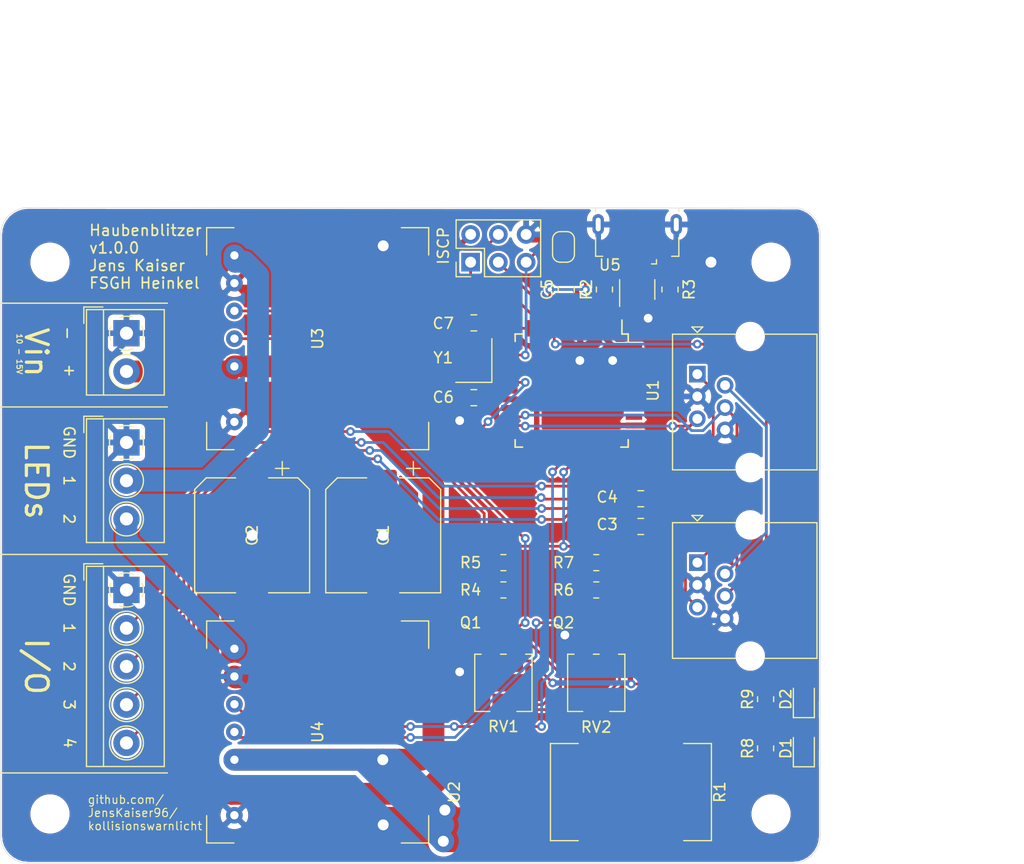
<source format=kicad_pcb>
(kicad_pcb (version 20171130) (host pcbnew "(5.1.8)-1")
  (layers (0 F.Cu signal) (31 B.Cu signal) (34 B.Paste user) (35 F.Paste user) (36 B.SilkS user) (37 F.SilkS user) (38 B.Mask user) (39 F.Mask user) (44 Edge.Cuts user))
  (net 0 "")
  (net 1 GND)
  (net 2 +12V)
  (net 3 "Net-(D2-Pad2)")
  (net 4 "Net-(Q1-Pad2)")
  (net 5 "Net-(Q2-Pad2)")
  (net 6 "Net-(U1-Pad42)")
  (net 7 "Net-(U1-Pad41)")
  (net 8 "Net-(U1-Pad40)")
  (net 9 "Net-(U1-Pad39)")
  (net 10 "Net-(U1-Pad38)")
  (net 11 "Net-(U1-Pad37)")
  (net 12 "Net-(U1-Pad36)")
  (net 13 "Net-(U1-Pad33)")
  (net 14 "Net-(U1-Pad26)")
  (net 15 "Net-(U1-Pad25)")
  (net 16 "Net-(U1-Pad22)")
  (net 17 "Net-(U1-Pad19)")
  (net 18 "Net-(U1-Pad18)")
  (net 19 "Net-(U1-Pad12)")
  (net 20 "Net-(U1-Pad1)")
  (net 21 "Net-(J2-Pad3)")
  (net 22 "Net-(J2-Pad2)")
  (net 23 LED1_Ref)
  (net 24 U_cap)
  (net 25 CLK_1)
  (net 26 CLK_2)
  (net 27 "Net-(D1-Pad2)")
  (net 28 RESET)
  (net 29 MOSI)
  (net 30 SCK)
  (net 31 MISO)
  (net 32 "Net-(J2-Pad4)")
  (net 33 U_bus)
  (net 34 LED2_U+)
  (net 35 LED1_U+)
  (net 36 IO_misc4)
  (net 37 IO_misc3)
  (net 38 IO_misc2)
  (net 39 IO_misc1)
  (net 40 TX)
  (net 41 RX)
  (net 42 LED1_Ctrl)
  (net 43 LED2_Ctrl)
  (net 44 LED2_Ref)
  (net 45 D+)
  (net 46 D-)
  (net 47 IO_LED)
  (net 48 RX_LED)
  (net 49 IO_FETctrl)
  (net 50 "Net-(U2-Pad4)")
  (net 51 "Net-(C1-Pad1)")
  (net 52 RJ12_V2)
  (net 53 RJ12_V1)
  (net 54 "Net-(R2-Pad2)")
  (net 55 "Net-(R3-Pad1)")
  (module Package_TO_SOT_SMD:PG-TO252-5-11 (layer F.Cu) (at 65.5 178.5 180)
    (fp_text reference U2 (at 4 -5 90) (layer F.SilkS))
    (fp_text value BTS50)
    (pad 5 smd rect (at 2.28 -1.1 180) (size 0.8 2.2) (layers F.Cu F.Paste F.Mask) (net 51 "Net-(C1-Pad1)"))
    (pad 4 smd rect (at 1.14 -1.1 180) (size 0.8 2.2) (layers F.Cu F.Paste F.Mask) (net 50 "Net-(U2-Pad4)"))
    (pad 2 smd rect (at -1.14 -1.1 180) (size 0.8 2.2) (layers F.Cu F.Paste F.Mask) (net 49 IO_FETctrl))
    (pad 3 smd rect (at 0 -7.4 180) (size 5.8 6.4) (layers F.Cu F.Paste F.Mask) (net 2 +12V))
    (pad 1 smd rect (at -2.28 -1.1 180) (size 0.8 2.2) (layers F.Cu F.Paste F.Mask) (net 51 "Net-(C1-Pad1)"))
  )
  (module Package_TO_SOT_SMD:SOT-23-6 (layer F.Cu) (at 78.25 137.5 90)
    (fp_text reference U5 (at 2.25 -2.5 180) (layer F.SilkS))
    (fp_text value USBLC6-2P6)
    (pad 5 smd rect (at 1.1 0 90) (size 1.06 0.65) (layers F.Cu F.Paste F.Mask) (net 33 U_bus))
    (pad 6 smd rect (at 1.1 -0.95 90) (size 1.06 0.65) (layers F.Cu F.Paste F.Mask) (net 21 "Net-(J2-Pad3)"))
    (pad 4 smd rect (at 1.1 0.95 90) (size 1.06 0.65) (layers F.Cu F.Paste F.Mask) (net 22 "Net-(J2-Pad2)"))
    (pad 3 smd rect (at -1.1 0.95 90) (size 1.06 0.65) (layers F.Cu F.Paste F.Mask) (net 55 "Net-(R3-Pad1)"))
    (pad 2 smd rect (at -1.1 0 90) (size 1.06 0.65) (layers F.Cu F.Paste F.Mask) (net 1 GND))
    (pad 1 smd rect (at -1.1 -0.95 90) (size 1.06 0.65) (layers F.Cu F.Paste F.Mask) (net 54 "Net-(R2-Pad2)"))
  )
  (module Resistor_SMD:R_0805_2012Metric (layer F.Cu) (at 90 175 90)
    (fp_text reference R9 (at 0 -1.65 90) (layer F.SilkS))
    (fp_text value 220)
    (pad 2 smd roundrect (at 0.9125 0 90) (size 1.025 1.4) (layers F.Cu F.Paste F.Mask) (roundrect_rratio 0.2439004878048781) (net 3 "Net-(D2-Pad2)"))
    (pad 1 smd roundrect (at -0.9125 0 90) (size 1.025 1.4) (layers F.Cu F.Paste F.Mask) (roundrect_rratio 0.2439004878048781) (net 48 RX_LED))
  )
  (module Resistor_SMD:R_0805_2012Metric (layer F.Cu) (at 90 179.5 90)
    (fp_text reference R8 (at 0 -1.65 90) (layer F.SilkS))
    (fp_text value 220)
    (pad 2 smd roundrect (at 0.9125 0 90) (size 1.025 1.4) (layers F.Cu F.Paste F.Mask) (roundrect_rratio 0.2439004878048781) (net 27 "Net-(D1-Pad2)"))
    (pad 1 smd roundrect (at -0.9125 0 90) (size 1.025 1.4) (layers F.Cu F.Paste F.Mask) (roundrect_rratio 0.2439004878048781) (net 23 LED1_Ref))
  )
  (module Resistor_SMD:R_0805_2012Metric (layer F.Cu) (at 74.5 162.5 180)
    (fp_text reference R7 (at 3 0) (layer F.SilkS))
    (fp_text value 5k)
    (pad 2 smd roundrect (at 0.9125 0 180) (size 1.025 1.4) (layers F.Cu F.Paste F.Mask) (roundrect_rratio 0.2439004878048781) (net 47 IO_LED))
    (pad 1 smd roundrect (at -0.9125 0 180) (size 1.025 1.4) (layers F.Cu F.Paste F.Mask) (roundrect_rratio 0.2439004878048781) (net 5 "Net-(Q2-Pad2)"))
  )
  (module Resistor_SMD:R_0805_2012Metric (layer F.Cu) (at 74.5 165)
    (fp_text reference R6 (at -3 0) (layer F.SilkS))
    (fp_text value 5k)
    (pad 2 smd roundrect (at 0.9125 0) (size 1.025 1.4) (layers F.Cu F.Paste F.Mask) (roundrect_rratio 0.2439004878048781) (net 5 "Net-(Q2-Pad2)"))
    (pad 1 smd roundrect (at -0.9125 0) (size 1.025 1.4) (layers F.Cu F.Paste F.Mask) (roundrect_rratio 0.2439004878048781) (net 44 LED2_Ref))
  )
  (module Resistor_SMD:R_0805_2012Metric (layer F.Cu) (at 66 162.5 180)
    (fp_text reference R5 (at 3 0) (layer F.SilkS))
    (fp_text value 5k)
    (pad 2 smd roundrect (at 0.9125 0 180) (size 1.025 1.4) (layers F.Cu F.Paste F.Mask) (roundrect_rratio 0.2439004878048781) (net 47 IO_LED))
    (pad 1 smd roundrect (at -0.9125 0 180) (size 1.025 1.4) (layers F.Cu F.Paste F.Mask) (roundrect_rratio 0.2439004878048781) (net 4 "Net-(Q1-Pad2)"))
  )
  (module Resistor_SMD:R_0805_2012Metric (layer F.Cu) (at 66 165)
    (fp_text reference R4 (at -3 0) (layer F.SilkS))
    (fp_text value 5k)
    (pad 2 smd roundrect (at 0.9125 0) (size 1.025 1.4) (layers F.Cu F.Paste F.Mask) (roundrect_rratio 0.2439004878048781) (net 4 "Net-(Q1-Pad2)"))
    (pad 1 smd roundrect (at -0.9125 0) (size 1.025 1.4) (layers F.Cu F.Paste F.Mask) (roundrect_rratio 0.2439004878048781) (net 23 LED1_Ref))
  )
  (module LED_SMD:LED_0805_2012Metric (layer F.Cu) (at 93.5 175 90)
    (fp_text reference D2 (at 0 -1.65 90) (layer F.SilkS))
    (fp_text value LED)
    (pad 2 smd roundrect (at 0.9375 0 90) (size 0.975 1.4) (layers F.Cu F.Paste F.Mask) (net 3 "Net-(D2-Pad2)"))
    (pad 1 smd roundrect (at -0.9375 0 90) (size 0.975 1.4) (layers F.Cu F.Paste F.Mask) (net 1 GND))
  )
  (module LED_SMD:LED_0805_2012Metric (layer F.Cu) (at 93.5 179.5 90)
    (fp_text reference D1 (at 0 -1.65 90) (layer F.SilkS))
    (fp_text value LED)
    (pad 2 smd roundrect (at 0.9375 0 90) (size 0.975 1.4) (layers F.Cu F.Paste F.Mask) (net 27 "Net-(D1-Pad2)"))
    (pad 1 smd roundrect (at -0.9375 0 90) (size 0.975 1.4) (layers F.Cu F.Paste F.Mask) (net 1 GND))
  )
  (module Capacitor_SMD:CP_Elec_10x10 (layer F.Cu) (at 43 160 270)
    (fp_text reference C2 (at 0 0 270) (layer F.SilkS))
    (fp_text value 220uF)
    (pad 2 smd roundrect (at 4 0 270) (size 4 2.5) (layers F.Cu F.Paste F.Mask) (roundrect_rratio 0.1) (net 1 GND))
    (pad 1 smd roundrect (at -4 0 270) (size 4 2.5) (layers F.Cu F.Paste F.Mask) (roundrect_rratio 0.1) (net 51 "Net-(C1-Pad1)"))
  )
  (module Capacitor_SMD:CP_Elec_10x10 (layer F.Cu) (at 55 160 270)
    (fp_text reference C1 (at 0 0 270) (layer F.SilkS))
    (fp_text value 220uF)
    (pad 2 smd roundrect (at 4 0 270) (size 4 2.5) (layers F.Cu F.Paste F.Mask) (roundrect_rratio 0.1) (net 1 GND))
    (pad 1 smd roundrect (at -4 0 270) (size 4 2.5) (layers F.Cu F.Paste F.Mask) (roundrect_rratio 0.1) (net 51 "Net-(C1-Pad1)"))
  )
  (module Resistor_SMD:MP725 (layer F.Cu) (at 74.5 183.5 270)
    (fp_text reference R1 (at 0 -11.303 90) (layer F.SilkS))
    (fp_text value 5)
    (pad 2 smd rect (at 3.365 1.905 270) (size 1.65 3.81) (layers F.Cu F.Paste F.Mask) (net 2 +12V))
    (pad 1 smd rect (at -3.365 1.905 270) (size 1.65 3.81) (layers F.Cu F.Paste F.Mask) (net 51 "Net-(C1-Pad1)"))
  )
  (module MountingHole:MountingHole_3.2mm_M3 (layer F.Cu) (at 90.5 185.5)
    (fp_text reference H4)
    (fp_text value MountingHole)
    (pad 1 np_thru_hole circle (at 0 0) (size 3.2 3.2) (drill 3.2) (layers *.Cu *.Mask))
  )
  (module MountingHole:MountingHole_3.2mm_M3 (layer F.Cu) (at 24.5 185.5)
    (fp_text reference H3)
    (fp_text value MountingHole)
    (pad 1 np_thru_hole circle (at 0 0) (size 3.2 3.2) (drill 3.2) (layers *.Cu *.Mask))
  )
  (module MountingHole:MountingHole_3.2mm_M3 (layer F.Cu) (at 90.5 135)
    (fp_text reference H2)
    (fp_text value MountingHole)
    (pad 1 np_thru_hole circle (at 0 0) (size 3.2 3.2) (drill 3.2) (layers *.Cu *.Mask))
  )
  (module MountingHole:MountingHole_3.2mm_M3 (layer F.Cu) (at 24.5 135)
    (fp_text reference H1)
    (fp_text value MountingHole)
    (pad 1 np_thru_hole circle (at 0 0) (size 3.2 3.2) (drill 3.2) (layers *.Cu *.Mask))
  )
  (module Crystal:Crystal_SMD_3225-4Pin_3.2x2.5mm (layer F.Cu) (at 63.295 144 90)
    (fp_text reference Y1 (at 0.25 -2.795 180) (layer F.SilkS))
    (fp_text value Crystal)
    (pad 4 smd rect (at -1.1 -0.85 90) (size 1.4 1.2) (layers F.Cu F.Paste F.Mask) (net 1 GND))
    (pad 3 smd rect (at 1.1 -0.85 90) (size 1.4 1.2) (layers F.Cu F.Paste F.Mask) (net 25 CLK_1))
    (pad 2 smd rect (at 1.1 0.85 90) (size 1.4 1.2) (layers F.Cu F.Paste F.Mask) (net 1 GND))
    (pad 1 smd rect (at -1.1 0.85 90) (size 1.4 1.2) (layers F.Cu F.Paste F.Mask) (net 26 CLK_2))
  )
  (module Converter_DCDC:3021-D-E-1000 (layer F.Cu) (at 49 142)
    (fp_text reference U3 (at 0 0 -90) (layer F.SilkS))
    (fp_text value 3021-D-E-1000)
    (pad 6 thru_hole circle (at -7.62 7.62) (size 1.524 1.524) (drill 0.762) (layers *.Cu *.Mask) (net 1 GND))
    (pad 5 thru_hole circle (at -7.62 2.54) (size 1.524 1.524) (drill 0.762) (layers *.Cu *.Mask) (net 2 +12V))
    (pad 4 thru_hole circle (at -7.62 0) (size 1.524 1.524) (drill 0.762) (layers *.Cu *.Mask) (net 23 LED1_Ref))
    (pad 1 thru_hole circle (at -7.62 -7.62) (size 1.524 1.524) (drill 0.762) (layers *.Cu *.Mask) (net 35 LED1_U+))
    (pad 2 thru_hole circle (at -7.62 -5.08) (size 1.524 1.524) (drill 0.762) (layers *.Cu *.Mask) (net 1 GND))
    (pad 3 thru_hole circle (at -7.62 -2.54) (size 1.524 1.524) (drill 0.762) (layers *.Cu *.Mask) (net 42 LED1_Ctrl))
  )
  (module Potentiometer_SMD:Potentiometer_Vishay_TS53YJ_Vertical (layer F.Cu) (at 74.5 173.5 90)
    (fp_text reference RV2 (at -4.05 0) (layer F.SilkS))
    (fp_text value R_POT)
    (pad 3 smd rect (at 2 1.15 90) (size 2 1.3) (layers F.Cu F.Paste F.Mask) (net 44 LED2_Ref))
    (pad 2 smd rect (at -2 0 90) (size 2 2) (layers F.Cu F.Paste F.Mask) (net 43 LED2_Ctrl))
    (pad 1 smd rect (at 2 -1.15 90) (size 2 1.3) (layers F.Cu F.Paste F.Mask) (net 1 GND))
  )
  (module Potentiometer_SMD:Potentiometer_Vishay_TS53YJ_Vertical (layer F.Cu) (at 66 173.5 90)
    (fp_text reference RV1 (at -4 0) (layer F.SilkS))
    (fp_text value R_POT)
    (pad 3 smd rect (at 2 1.15 90) (size 2 1.3) (layers F.Cu F.Paste F.Mask) (net 23 LED1_Ref))
    (pad 2 smd rect (at -2 0 90) (size 2 2) (layers F.Cu F.Paste F.Mask) (net 42 LED1_Ctrl))
    (pad 1 smd rect (at 2 -1.15 90) (size 2 1.3) (layers F.Cu F.Paste F.Mask) (net 1 GND))
  )
  (module Package_TO_SOT_SMD:SA1162 (layer F.Cu) (at 74.5 168 90)
    (fp_text reference Q2 (at 0 -3) (layer F.SilkS))
    (fp_text value MMBT3906)
    (pad 2 smd rect (at 1 0.8 90) (size 0.5 1) (layers F.Cu F.Paste F.Mask) (net 5 "Net-(Q2-Pad2)"))
    (pad 1 smd rect (at -1 0.8 90) (size 0.5 1) (layers F.Cu F.Paste F.Mask) (net 43 LED2_Ctrl))
    (pad 3 smd rect (at 0 -0.8 90) (size 0.5 1) (layers F.Cu F.Paste F.Mask) (net 44 LED2_Ref))
  )
  (module Package_TO_SOT_SMD:SA1162 (layer F.Cu) (at 66 168 90)
    (fp_text reference Q1 (at 0 -3 180) (layer F.SilkS))
    (fp_text value MMBT3906)
    (pad 2 smd rect (at 1 0.8 90) (size 0.5 1) (layers F.Cu F.Paste F.Mask) (net 4 "Net-(Q1-Pad2)"))
    (pad 1 smd rect (at -1 0.8 90) (size 0.5 1) (layers F.Cu F.Paste F.Mask) (net 42 LED1_Ctrl))
    (pad 3 smd rect (at 0 -0.8 90) (size 0.5 1) (layers F.Cu F.Paste F.Mask) (net 23 LED1_Ref))
  )
  (module Converter_DCDC:3021-D-E-1000 (layer F.Cu) (at 49 178)
    (fp_text reference U4 (at 0 0 -270) (layer F.SilkS))
    (fp_text value 3021-D-E-1000)
    (pad 6 thru_hole circle (at -7.62 7.62) (size 1.524 1.524) (drill 0.762) (layers *.Cu *.Mask) (net 1 GND))
    (pad 5 thru_hole circle (at -7.62 2.54) (size 1.524 1.524) (drill 0.762) (layers *.Cu *.Mask) (net 2 +12V))
    (pad 4 thru_hole circle (at -7.62 0) (size 1.524 1.524) (drill 0.762) (layers *.Cu *.Mask) (net 44 LED2_Ref))
    (pad 1 thru_hole circle (at -7.62 -7.62) (size 1.524 1.524) (drill 0.762) (layers *.Cu *.Mask) (net 34 LED2_U+))
    (pad 2 thru_hole circle (at -7.62 -5.08) (size 1.524 1.524) (drill 0.762) (layers *.Cu *.Mask) (net 1 GND))
    (pad 3 thru_hole circle (at -7.62 -2.54) (size 1.524 1.524) (drill 0.762) (layers *.Cu *.Mask) (net 43 LED2_Ctrl))
  )
  (module Package_QFP:TQFP-44_10x10mm_P0.8mm (layer F.Cu) (at 72.25 146.75 270)
    (fp_text reference U1 (at 0 -7.45 90) (layer F.SilkS))
    (fp_text value ATmega32U4-AU)
    (pad 44 smd rect (at -4 -5.7) (size 1.5 0.55) (layers F.Cu F.Paste F.Mask) (net 23 LED1_Ref))
    (pad 43 smd rect (at -3.2 -5.7) (size 1.5 0.55) (layers F.Cu F.Paste F.Mask) (net 1 GND))
    (pad 42 smd rect (at -2.4 -5.7) (size 1.5 0.55) (layers F.Cu F.Paste F.Mask) (net 6 "Net-(U1-Pad42)"))
    (pad 41 smd rect (at -1.6 -5.7) (size 1.5 0.55) (layers F.Cu F.Paste F.Mask) (net 7 "Net-(U1-Pad41)"))
    (pad 40 smd rect (at -0.8 -5.7) (size 1.5 0.55) (layers F.Cu F.Paste F.Mask) (net 8 "Net-(U1-Pad40)"))
    (pad 39 smd rect (at 0 -5.7) (size 1.5 0.55) (layers F.Cu F.Paste F.Mask) (net 9 "Net-(U1-Pad39)"))
    (pad 38 smd rect (at 0.8 -5.7) (size 1.5 0.55) (layers F.Cu F.Paste F.Mask) (net 10 "Net-(U1-Pad38)"))
    (pad 37 smd rect (at 1.6 -5.7) (size 1.5 0.55) (layers F.Cu F.Paste F.Mask) (net 11 "Net-(U1-Pad37)"))
    (pad 36 smd rect (at 2.4 -5.7) (size 1.5 0.55) (layers F.Cu F.Paste F.Mask) (net 12 "Net-(U1-Pad36)"))
    (pad 35 smd rect (at 3.2 -5.7) (size 1.5 0.55) (layers F.Cu F.Paste F.Mask) (net 1 GND))
    (pad 34 smd rect (at 4 -5.7) (size 1.5 0.55) (layers F.Cu F.Paste F.Mask) (net 23 LED1_Ref))
    (pad 33 smd rect (at 5.7 -4 270) (size 1.5 0.55) (layers F.Cu F.Paste F.Mask) (net 13 "Net-(U1-Pad33)"))
    (pad 32 smd rect (at 5.7 -3.2 270) (size 1.5 0.55) (layers F.Cu F.Paste F.Mask) (net 36 IO_misc4))
    (pad 31 smd rect (at 5.7 -2.4 270) (size 1.5 0.55) (layers F.Cu F.Paste F.Mask) (net 37 IO_misc3))
    (pad 30 smd rect (at 5.7 -1.6 270) (size 1.5 0.55) (layers F.Cu F.Paste F.Mask) (net 38 IO_misc2))
    (pad 29 smd rect (at 5.7 -0.8 270) (size 1.5 0.55) (layers F.Cu F.Paste F.Mask) (net 39 IO_misc1))
    (pad 28 smd rect (at 5.7 0 270) (size 1.5 0.55) (layers F.Cu F.Paste F.Mask) (net 47 IO_LED))
    (pad 27 smd rect (at 5.7 0.8 270) (size 1.5 0.55) (layers F.Cu F.Paste F.Mask) (net 49 IO_FETctrl))
    (pad 26 smd rect (at 5.7 1.6 270) (size 1.5 0.55) (layers F.Cu F.Paste F.Mask) (net 14 "Net-(U1-Pad26)"))
    (pad 25 smd rect (at 5.7 2.4 270) (size 1.5 0.55) (layers F.Cu F.Paste F.Mask) (net 15 "Net-(U1-Pad25)"))
    (pad 24 smd rect (at 5.7 3.2 270) (size 1.5 0.55) (layers F.Cu F.Paste F.Mask) (net 23 LED1_Ref))
    (pad 23 smd rect (at 5.7 4 270) (size 1.5 0.55) (layers F.Cu F.Paste F.Mask) (net 1 GND))
    (pad 22 smd rect (at 4 5.7) (size 1.5 0.55) (layers F.Cu F.Paste F.Mask) (net 16 "Net-(U1-Pad22)"))
    (pad 21 smd rect (at 3.2 5.7) (size 1.5 0.55) (layers F.Cu F.Paste F.Mask) (net 40 TX))
    (pad 20 smd rect (at 2.4 5.7) (size 1.5 0.55) (layers F.Cu F.Paste F.Mask) (net 41 RX))
    (pad 19 smd rect (at 1.6 5.7) (size 1.5 0.55) (layers F.Cu F.Paste F.Mask) (net 17 "Net-(U1-Pad19)"))
    (pad 18 smd rect (at 0.8 5.7) (size 1.5 0.55) (layers F.Cu F.Paste F.Mask) (net 18 "Net-(U1-Pad18)"))
    (pad 17 smd rect (at 0 5.7) (size 1.5 0.55) (layers F.Cu F.Paste F.Mask) (net 25 CLK_1))
    (pad 16 smd rect (at -0.8 5.7) (size 1.5 0.55) (layers F.Cu F.Paste F.Mask) (net 26 CLK_2))
    (pad 15 smd rect (at -1.6 5.7) (size 1.5 0.55) (layers F.Cu F.Paste F.Mask) (net 1 GND))
    (pad 14 smd rect (at -2.4 5.7) (size 1.5 0.55) (layers F.Cu F.Paste F.Mask) (net 23 LED1_Ref))
    (pad 13 smd rect (at -3.2 5.7) (size 1.5 0.55) (layers F.Cu F.Paste F.Mask) (net 28 RESET))
    (pad 12 smd rect (at -4 5.7) (size 1.5 0.55) (layers F.Cu F.Paste F.Mask) (net 19 "Net-(U1-Pad12)"))
    (pad 11 smd rect (at -5.7 4 270) (size 1.5 0.55) (layers F.Cu F.Paste F.Mask) (net 31 MISO))
    (pad 10 smd rect (at -5.7 3.2 270) (size 1.5 0.55) (layers F.Cu F.Paste F.Mask) (net 29 MOSI))
    (pad 9 smd rect (at -5.7 2.4 270) (size 1.5 0.55) (layers F.Cu F.Paste F.Mask) (net 30 SCK))
    (pad 8 smd rect (at -5.7 1.6 270) (size 1.5 0.55) (layers F.Cu F.Paste F.Mask) (net 48 RX_LED))
    (pad 7 smd rect (at -5.7 0.8 270) (size 1.5 0.55) (layers F.Cu F.Paste F.Mask) (net 33 U_bus))
    (pad 6 smd rect (at -5.7 0 270) (size 1.5 0.55) (layers F.Cu F.Paste F.Mask) (net 24 U_cap))
    (pad 5 smd rect (at -5.7 -0.8 270) (size 1.5 0.55) (layers F.Cu F.Paste F.Mask) (net 1 GND))
    (pad 4 smd rect (at -5.7 -1.6 270) (size 1.5 0.55) (layers F.Cu F.Paste F.Mask) (net 45 D+))
    (pad 3 smd rect (at -5.7 -2.4 270) (size 1.5 0.55) (layers F.Cu F.Paste F.Mask) (net 46 D-))
    (pad 2 smd rect (at -5.7 -3.2 270) (size 1.5 0.55) (layers F.Cu F.Paste F.Mask) (net 23 LED1_Ref))
    (pad 1 smd rect (at -5.7 -4 270) (size 1.5 0.55) (layers F.Cu F.Paste F.Mask) (net 20 "Net-(U1-Pad1)"))
  )
  (module Resistor_SMD:R_0805_2012Metric (layer F.Cu) (at 81.25 137.5 270)
    (fp_text reference R3 (at 0 -1.75 90) (layer F.SilkS))
    (fp_text value 22)
    (pad 2 smd roundrect (at 0.9125 0 270) (size 1.025 1.4) (layers F.Cu F.Paste F.Mask) (roundrect_rratio 0.2439004878048781) (net 46 D-))
    (pad 1 smd roundrect (at -0.9125 0 270) (size 1.025 1.4) (layers F.Cu F.Paste F.Mask) (roundrect_rratio 0.2439004878048781) (net 55 "Net-(R3-Pad1)"))
  )
  (module Resistor_SMD:R_0805_2012Metric (layer F.Cu) (at 75.25 137.5 90)
    (fp_text reference R2 (at 0 -1.65 90) (layer F.SilkS))
    (fp_text value 22)
    (pad 2 smd roundrect (at 0.9125 0 90) (size 1.025 1.4) (layers F.Cu F.Paste F.Mask) (roundrect_rratio 0.2439004878048781) (net 54 "Net-(R2-Pad2)"))
    (pad 1 smd roundrect (at -0.9125 0 90) (size 1.025 1.4) (layers F.Cu F.Paste F.Mask) (roundrect_rratio 0.2439004878048781) (net 45 D+))
  )
  (module Jumper:SolderJumper-2_P1.3mm_Open_RoundedPad1.0x1.5mm (layer F.Cu) (at 71.5 133.6 270)
    (fp_text reference JP1)
    (fp_text value Reset)
    (pad 2 smd custom (at 0.65 0 270) (size 1 0.5) (layers F.Cu F.Mask) (net 28 RESET) (options (clearance outline) (anchor rect)) (primitives (gr_circle (center 0 0.25) (end 0.5 0.25) (width 0)) (gr_circle (center 0 -0.25) (end 0.5 -0.25) (width 0)) (gr_poly (pts (xy 0 -0.75) (xy -0.5 -0.75) (xy -0.5 0.75) (xy 0 0.75)) (width 0))))
    (pad 1 smd custom (at -0.65 0 270) (size 1 0.5) (layers F.Cu F.Mask) (net 1 GND) (options (clearance outline) (anchor rect)) (primitives (gr_circle (center 0 0.25) (end 0.5 0.25) (width 0)) (gr_circle (center 0 -0.25) (end 0.5 -0.25) (width 0)) (gr_poly (pts (xy 0 -0.75) (xy 0.5 -0.75) (xy 0.5 0.75) (xy 0 0.75)) (width 0))))
  )
  (module Connector_RJ:RJ25_Wayconn_MJEA-660X1_Horizontal (layer F.Cu) (at 83.75 162.5 90)
    (fp_text reference J7)
    (fp_text value RJ12)
    (pad "" np_thru_hole circle (at -8.55 4.84 90) (size 2.3 2.3) (drill 2.3) (layers *.Cu *.Mask))
    (pad "" np_thru_hole circle (at 3.45 4.84 90) (size 2.3 2.3) (drill 2.3) (layers *.Cu *.Mask))
    (pad 6 thru_hole circle (at -5.1 2.54 90) (size 1.52 1.52) (drill 0.9) (layers *.Cu *.Mask) (net 1 GND))
    (pad 5 thru_hole circle (at -4.08 0 90) (size 1.52 1.52) (drill 0.9) (layers *.Cu *.Mask) (net 40 TX))
    (pad 4 thru_hole circle (at -3.06 2.54 90) (size 1.52 1.52) (drill 0.9) (layers *.Cu *.Mask) (net 41 RX))
    (pad 3 thru_hole circle (at -2.04 0 90) (size 1.52 1.52) (drill 0.9) (layers *.Cu *.Mask) (net 1 GND))
    (pad 2 thru_hole circle (at -1.02 2.54 90) (size 1.52 1.52) (drill 0.9) (layers *.Cu *.Mask) (net 52 RJ12_V2))
    (pad 1 thru_hole rect (at 0 0 90) (size 1.52 1.52) (drill 0.9) (layers *.Cu *.Mask) (net 53 RJ12_V1))
  )
  (module Connector_RJ:RJ25_Wayconn_MJEA-660X1_Horizontal (layer F.Cu) (at 83.75 145.25 90)
    (fp_text reference J6)
    (fp_text value RJ12)
    (pad "" np_thru_hole circle (at -8.55 4.84 90) (size 2.3 2.3) (drill 2.3) (layers *.Cu *.Mask))
    (pad "" np_thru_hole circle (at 3.45 4.84 90) (size 2.3 2.3) (drill 2.3) (layers *.Cu *.Mask))
    (pad 6 thru_hole circle (at -5.1 2.54 90) (size 1.52 1.52) (drill 0.9) (layers *.Cu *.Mask) (net 1 GND))
    (pad 5 thru_hole circle (at -4.08 0 90) (size 1.52 1.52) (drill 0.9) (layers *.Cu *.Mask) (net 40 TX))
    (pad 4 thru_hole circle (at -3.06 2.54 90) (size 1.52 1.52) (drill 0.9) (layers *.Cu *.Mask) (net 41 RX))
    (pad 3 thru_hole circle (at -2.04 0 90) (size 1.52 1.52) (drill 0.9) (layers *.Cu *.Mask) (net 1 GND))
    (pad 2 thru_hole circle (at -1.02 2.54 90) (size 1.52 1.52) (drill 0.9) (layers *.Cu *.Mask) (net 52 RJ12_V2))
    (pad 1 thru_hole rect (at 0 0 90) (size 1.52 1.52) (drill 0.9) (layers *.Cu *.Mask) (net 53 RJ12_V1))
  )
  (module TerminalBlock_4Ucon:TerminalBlock_4Ucon_1x05_P3.50mm_Horizontal (layer F.Cu) (at 31.5 165 270)
    (fp_text reference J5)
    (fp_text value Screw_Terminal_01x05)
    (pad 5 thru_hole circle (at 14 0 270) (size 2.4 2.4) (drill 1.2) (layers *.Cu *.Mask) (net 36 IO_misc4))
    (pad 4 thru_hole circle (at 10.5 0 270) (size 2.4 2.4) (drill 1.2) (layers *.Cu *.Mask) (net 37 IO_misc3))
    (pad 3 thru_hole circle (at 7 0 270) (size 2.4 2.4) (drill 1.2) (layers *.Cu *.Mask) (net 38 IO_misc2))
    (pad 2 thru_hole circle (at 3.5 0 270) (size 2.4 2.4) (drill 1.2) (layers *.Cu *.Mask) (net 39 IO_misc1))
    (pad 1 thru_hole rect (at 0 0 270) (size 2.4 2.4) (drill 1.2) (layers *.Cu *.Mask) (net 1 GND))
  )
  (module TerminalBlock_4Ucon:TerminalBlock_4Ucon_1x03_P3.50mm_Horizontal (layer F.Cu) (at 31.5 151.5 270)
    (fp_text reference J4)
    (fp_text value Screw_Terminal_01x03)
    (pad 3 thru_hole circle (at 7 0 270) (size 2.4 2.4) (drill 1.2) (layers *.Cu *.Mask) (net 34 LED2_U+))
    (pad 2 thru_hole circle (at 3.5 0 270) (size 2.4 2.4) (drill 1.2) (layers *.Cu *.Mask) (net 35 LED1_U+))
    (pad 1 thru_hole rect (at 0 0 270) (size 2.4 2.4) (drill 1.2) (layers *.Cu *.Mask) (net 1 GND))
  )
  (module TerminalBlock_4Ucon:TerminalBlock_4Ucon_1x02_P3.50mm_Horizontal (layer F.Cu) (at 31.5 141.5 270)
    (fp_text reference J3)
    (fp_text value Screw_Terminal_01x02)
    (pad 2 thru_hole circle (at 3.5 0 270) (size 2.4 2.4) (drill 1.2) (layers *.Cu *.Mask) (net 2 +12V))
    (pad 1 thru_hole rect (at 0 0 270) (size 2.4 2.4) (drill 1.2) (layers *.Cu *.Mask) (net 1 GND))
  )
  (module Connector_PinHeader_2.54mm:PinHeader_2x03_P2.54mm_Vertical (layer F.Cu) (at 63 135 90)
    (fp_text reference J1)
    (fp_text value ISCP)
    (pad 6 thru_hole oval (at 2.54 5.08 90) (size 1.7 1.7) (drill 1) (layers *.Cu *.Mask) (net 1 GND))
    (pad 5 thru_hole oval (at 0 5.08 90) (size 1.7 1.7) (drill 1) (layers *.Cu *.Mask) (net 28 RESET))
    (pad 4 thru_hole oval (at 2.54 2.54 90) (size 1.7 1.7) (drill 1) (layers *.Cu *.Mask) (net 29 MOSI))
    (pad 3 thru_hole oval (at 0 2.54 90) (size 1.7 1.7) (drill 1) (layers *.Cu *.Mask) (net 30 SCK))
    (pad 2 thru_hole oval (at 2.54 0 90) (size 1.7 1.7) (drill 1) (layers *.Cu *.Mask) (net 23 LED1_Ref))
    (pad 1 thru_hole rect (at 0 0 90) (size 1.7 1.7) (drill 1) (layers *.Cu *.Mask) (net 31 MISO))
  )
  (module Connector_USB:USB_Micro-B_GCT_USB3076-30-A (layer F.Cu) (at 78.25 132.75 180)
    (fp_text reference J2)
    (fp_text value Micro_USB)
    (pad 6 smd rect (at -2.32 -1.03 180) (size 1.15 1.45) (layers F.Cu F.Paste F.Mask) (net 1 GND))
    (pad 6 smd rect (at 2.32 -1.03 180) (size 1.15 1.45) (layers F.Cu F.Paste F.Mask) (net 1 GND))
    (pad 6 thru_hole oval (at 3.575 1.2 180) (size 1.05 1.9) (drill oval 0.45 1.25) (layers *.Cu *.Mask) (net 1 GND))
    (pad 6 thru_hole oval (at -3.575 1.2) (size 1.05 1.9) (drill oval 0.45 1.25) (layers *.Cu *.Mask) (net 1 GND))
    (pad 6 smd rect (at -1.125 1.2 180) (size 1.75 1.9) (layers F.Cu F.Paste F.Mask) (net 1 GND))
    (pad 3 smd rect (at 0 -1.45 180) (size 0.4 1.4) (layers F.Cu F.Paste F.Mask) (net 21 "Net-(J2-Pad3)"))
    (pad 4 smd rect (at 0.65 -1.45 180) (size 0.4 1.4) (layers F.Cu F.Paste F.Mask) (net 32 "Net-(J2-Pad4)"))
    (pad 5 smd rect (at 1.3 -1.45 180) (size 0.4 1.4) (layers F.Cu F.Paste F.Mask) (net 1 GND))
    (pad 1 smd rect (at -1.3 -1.45 180) (size 0.4 1.4) (layers F.Cu F.Paste F.Mask) (net 33 U_bus))
    (pad 2 smd rect (at -0.65 -1.45 180) (size 0.4 1.4) (layers F.Cu F.Paste F.Mask) (net 22 "Net-(J2-Pad2)"))
    (pad 6 smd rect (at 1.125 1.2 180) (size 1.75 1.9) (layers F.Cu F.Paste F.Mask) (net 1 GND))
  )
  (module Capacitor_SMD:C_0805_2012Metric (layer F.Cu) (at 71.75 137.5 270)
    (fp_text reference C5 (at 0 1.75 90) (layer F.SilkS))
    (fp_text value 1uF)
    (pad 2 smd roundrect (at 0.95 0 270) (size 1 1.45) (layers F.Cu F.Paste F.Mask) (net 24 U_cap))
    (pad 1 smd roundrect (at -0.95 0 270) (size 1 1.45) (layers F.Cu F.Paste F.Mask) (net 1 GND))
  )
  (module Capacitor_SMD:C_0805_2012Metric (layer F.Cu) (at 63.295 140.555)
    (fp_text reference C7 (at -2.795 0.045) (layer F.SilkS))
    (fp_text value 18pF)
    (pad 2 smd roundrect (at 0.95 0) (size 1 1.45) (layers F.Cu F.Paste F.Mask) (net 1 GND))
    (pad 1 smd roundrect (at -0.95 0) (size 1 1.45) (layers F.Cu F.Paste F.Mask) (net 26 CLK_2))
  )
  (module Capacitor_SMD:C_0805_2012Metric (layer F.Cu) (at 63.295 147.4)
    (fp_text reference C6 (at -2.795 -0.045) (layer F.SilkS))
    (fp_text value 18pF)
    (pad 2 smd roundrect (at 0.95 0) (size 1 1.45) (layers F.Cu F.Paste F.Mask) (net 25 CLK_1))
    (pad 1 smd roundrect (at -0.95 0) (size 1 1.45) (layers F.Cu F.Paste F.Mask) (net 1 GND))
  )
  (module Capacitor_SMD:C_0805_2012Metric (layer F.Cu) (at 78.575 156.65 180)
    (fp_text reference C4 (at 3.075 0.15) (layer F.SilkS))
    (fp_text value 10uF)
    (pad 2 smd roundrect (at 0.95 0 180) (size 1 1.45) (layers F.Cu F.Paste F.Mask) (net 23 LED1_Ref))
    (pad 1 smd roundrect (at -0.95 0 180) (size 1 1.45) (layers F.Cu F.Paste F.Mask) (net 1 GND))
  )
  (module Capacitor_SMD:C_0805_2012Metric (layer F.Cu) (at 78.575 159.19 180)
    (fp_text reference C3 (at 3.075 0.19) (layer F.SilkS))
    (fp_text value 0.1uF)
    (pad 2 smd roundrect (at 0.95 0 180) (size 1 1.45) (layers F.Cu F.Paste F.Mask) (net 23 LED1_Ref))
    (pad 1 smd roundrect (at -0.95 0 180) (size 1 1.45) (layers F.Cu F.Paste F.Mask) (net 1 GND))
  )
  (gr_line (start 59.16 188.16) (end 59.16 185.66) (layer F.SilkS) (width 0.12))
  (gr_line (start 56.66 188.16) (end 59.16 188.16) (layer F.SilkS) (width 0.12))
  (gr_line (start 38.84 188.16) (end 41.34 188.16) (layer F.SilkS) (width 0.12))
  (gr_line (start 38.84 185.66) (end 38.84 188.16) (layer F.SilkS) (width 0.12))
  (gr_line (start 59.16 131.84) (end 56.66 131.84) (layer F.SilkS) (width 0.12))
  (gr_line (start 59.16 134.34) (end 59.16 131.84) (layer F.SilkS) (width 0.12))
  (gr_line (start 59.16 152.16) (end 59.16 149.66) (layer F.SilkS) (width 0.12))
  (gr_line (start 56.66 152.16) (end 59.16 152.16) (layer F.SilkS) (width 0.12))
  (gr_line (start 38.84 152.16) (end 41.34 152.16) (layer F.SilkS) (width 0.12))
  (gr_line (start 38.84 149.66) (end 38.84 152.16) (layer F.SilkS) (width 0.12))
  (gr_line (start 38.84 131.84) (end 38.84 134.34) (layer F.SilkS) (width 0.12))
  (gr_line (start 41.34 131.84) (end 38.84 131.84) (layer F.SilkS) (width 0.12))
  (gr_line (start 59.16 167.84) (end 59.16 170.34) (layer F.SilkS) (width 0.12))
  (gr_line (start 56.66 167.84) (end 59.16 167.84) (layer F.SilkS) (width 0.12))
  (gr_line (start 38.84 167.84) (end 38.84 170.34) (layer F.SilkS) (width 0.12))
  (gr_line (start 41.34 167.84) (end 38.84 167.84) (layer F.SilkS) (width 0.12))
  (gr_text "github.com/\nJensKaiser96/\nkollisionswarnlicht" (at 27.9 185.4) (layer F.SilkS) (effects (font (size 0.75 0.75) (thickness 0.1)) (justify left)))
  (gr_text "10 - 15V" (at 21.7 143.4 270) (layer F.SilkS) (effects (font (size 0.5 0.5) (thickness 0.1))))
  (gr_text ISCP (at 60.5 133.5 90) (layer F.SilkS) (effects (font (size 1 1))))
  (gr_line (start 95 132.5) (end 95 187.5) (layer Edge.Cuts) (width 0.05))
  (gr_line (start 22.5 130) (end 92.99029 130.048548) (layer Edge.Cuts) (width 0.05))
  (gr_line (start 20 187.5) (end 20 132.5) (layer Edge.Cuts) (width 0.05))
  (gr_arc (start 22.5 132.5) (end 22.5 130) (angle -90) (layer Edge.Cuts) (width 0.05))
  (gr_arc (start 92.5 132.5) (end 95 132.5) (angle -78.69006753) (layer Edge.Cuts) (width 0.05))
  (gr_line (start 92.5 190) (end 22.5 190) (layer Edge.Cuts) (width 0.05))
  (gr_arc (start 92.5 187.5) (end 92.5 190) (angle -90) (layer Edge.Cuts) (width 0.05))
  (gr_arc (start 22.5 187.5) (end 20 187.5) (angle -90) (layer Edge.Cuts) (width 0.05))
  (gr_text "Haubenblitzer\nv1.0.0\nJens Kaiser\nFSGH Heinkel" (at 28 134.5) (layer F.SilkS) (effects (font (size 1 1)) (justify left)))
  (gr_line (start 35.25 181.75) (end 20 181.75) (layer F.SilkS) (width 0.12))
  (gr_line (start 35.25 138.75) (end 20 138.75) (layer F.SilkS) (width 0.12))
  (gr_line (start 35.25 148.25) (end 20 148.25) (layer F.SilkS) (width 0.12))
  (gr_line (start 35.25 161.75) (end 20 161.75) (layer F.SilkS) (width 0.12))
  (gr_text + (at 26.25 145 180) (layer F.SilkS) (effects (font (size 1 1))))
  (gr_text - (at 26 141.5 90) (layer F.SilkS) (effects (font (size 1 1))))
  (gr_text 2 (at 26.25 158.5 270) (layer F.SilkS) (effects (font (size 1 1))))
  (gr_text 1 (at 26.25 155 270) (layer F.SilkS) (effects (font (size 1 1))))
  (gr_text GND (at 26.25 151.5 270) (layer F.SilkS) (effects (font (size 1 1))))
  (gr_text GND (at 26.25 165 270) (layer F.SilkS) (effects (font (size 1 1))))
  (gr_text 4 (at 26.28 179 270) (layer F.SilkS) (effects (font (size 1 1))))
  (gr_text 3 (at 26.25 175.5 270) (layer F.SilkS) (effects (font (size 1 1))))
  (gr_text 2 (at 26.25 172 270) (layer F.SilkS) (effects (font (size 1 1))))
  (gr_text 1 (at 26.25 168.5 270) (layer F.SilkS) (effects (font (size 1 1))))
  (gr_text I/O (at 23.25 172 270) (layer F.SilkS) (effects (font (size 2 2) (thickness 0.3))))
  (gr_text LEDs (at 23.25 155 270) (layer F.SilkS) (effects (font (size 2 2) (thickness 0.3))))
  (gr_text Vin (at 23.25 143.25 270) (layer F.SilkS) (effects (font (size 2 2) (thickness 0.3))))
  (segment (start 38.362002 172.92) (end 41.38 172.92) (width 0.5) (layer B.Cu) (net 1))
  (segment (start 31.5 166.057998) (end 38.362002 172.92) (width 0.5) (layer B.Cu) (net 1))
  (segment (start 31.5 165) (end 31.5 166.057998) (width 0.5) (layer B.Cu) (net 1))
  (segment (start 29.849999 163.349999) (end 31.5 165) (width 0.5) (layer B.Cu) (net 1))
  (segment (start 29.849999 153.150001) (end 29.849999 163.349999) (width 0.5) (layer B.Cu) (net 1))
  (segment (start 31.5 151.5) (end 29.849999 153.150001) (width 0.5) (layer B.Cu) (net 1))
  (segment (start 29.649999 149.649999) (end 31.5 151.5) (width 0.5) (layer B.Cu) (net 1))
  (segment (start 29.649999 144.111999) (end 29.649999 149.649999) (width 0.5) (layer B.Cu) (net 1))
  (segment (start 31.5 142.261998) (end 29.649999 144.111999) (width 0.5) (layer B.Cu) (net 1))
  (segment (start 31.5 141.5) (end 31.5 142.261998) (width 0.5) (layer B.Cu) (net 1))
  (segment (start 36.8 141.5) (end 41.38 136.92) (width 0.5) (layer B.Cu) (net 1))
  (segment (start 31.5 141.5) (end 36.8 141.5) (width 0.5) (layer B.Cu) (net 1))
  (segment (start 36.8 145.04) (end 36.8 141.5) (width 0.5) (layer B.Cu) (net 1))
  (segment (start 41.38 149.62) (end 36.8 145.04) (width 0.5) (layer B.Cu) (net 1))
  (segment (start 68.08 132.46) (end 69.04 131.5) (width 0.5) (layer B.Cu) (net 1))
  (segment (start 74.625 131.5) (end 74.675 131.55) (width 0.5) (layer B.Cu) (net 1))
  (segment (start 69.04 131.5) (end 74.625 131.5) (width 0.5) (layer B.Cu) (net 1))
  (segment (start 74.675 131.55) (end 81.825 131.55) (width 0.5) (layer B.Cu) (net 1))
  (segment (start 77.125 131.55) (end 74.675 131.55) (width 0.5) (layer F.Cu) (net 1))
  (segment (start 77.125 131.55) (end 79.375 131.55) (width 0.5) (layer F.Cu) (net 1))
  (segment (start 79.375 131.55) (end 81.825 131.55) (width 0.5) (layer F.Cu) (net 1))
  (segment (start 80.57 132.745) (end 80.57 133.78) (width 0.5) (layer F.Cu) (net 1))
  (segment (start 79.375 131.55) (end 80.57 132.745) (width 0.5) (layer F.Cu) (net 1))
  (segment (start 75.93 132.745) (end 77.125 131.55) (width 0.5) (layer F.Cu) (net 1))
  (segment (start 75.93 133.78) (end 75.93 132.745) (width 0.5) (layer F.Cu) (net 1))
  (segment (start 68.57 132.95) (end 68.08 132.46) (width 0.5) (layer F.Cu) (net 1))
  (segment (start 71.5 132.95) (end 68.57 132.95) (width 0.5) (layer F.Cu) (net 1))
  (segment (start 72.70001 135.84999) (end 72 136.55) (width 0.5) (layer F.Cu) (net 1))
  (segment (start 72.70001 133.402418) (end 72.70001 135.84999) (width 0.5) (layer F.Cu) (net 1))
  (segment (start 72.247592 132.95) (end 72.70001 133.402418) (width 0.5) (layer F.Cu) (net 1))
  (segment (start 71.5 132.95) (end 72.247592 132.95) (width 0.5) (layer F.Cu) (net 1))
  (segment (start 76.53 133.78) (end 76.95 134.2) (width 0.25) (layer F.Cu) (net 1))
  (segment (start 75.93 133.78) (end 76.53 133.78) (width 0.25) (layer F.Cu) (net 1))
  (segment (start 62.445 147.3) (end 62.345 147.4) (width 0.5) (layer F.Cu) (net 1))
  (segment (start 62.445 145.1) (end 62.445 147.3) (width 0.5) (layer F.Cu) (net 1))
  (segment (start 64.145 140.655) (end 64.245 140.555) (width 0.5) (layer F.Cu) (net 1))
  (segment (start 64.145 142.9) (end 64.145 140.655) (width 0.5) (layer F.Cu) (net 1))
  (segment (start 65.195001 143.950001) (end 64.145 142.9) (width 0.5) (layer F.Cu) (net 1))
  (segment (start 65.195001 144.830003) (end 65.195001 143.950001) (width 0.5) (layer F.Cu) (net 1))
  (segment (start 65.514998 145.15) (end 65.195001 144.830003) (width 0.5) (layer F.Cu) (net 1))
  (segment (start 66.55 145.15) (end 65.514998 145.15) (width 0.5) (layer F.Cu) (net 1))
  (via (at 62 149.5) (size 1.6) (drill 0.8) (layers F.Cu B.Cu) (net 1))
  (segment (start 62.345 149.155) (end 62 149.5) (width 0.5) (layer F.Cu) (net 1))
  (segment (start 62.345 147.4) (end 62.345 149.155) (width 0.5) (layer F.Cu) (net 1))
  (via (at 76 144) (size 1.6) (drill 0.8) (layers F.Cu B.Cu) (net 1))
  (segment (start 76.45 143.55) (end 76 144) (width 0.5) (layer F.Cu) (net 1))
  (segment (start 77.95 143.55) (end 76.45 143.55) (width 0.5) (layer F.Cu) (net 1))
  (via (at 73 144) (size 1.6) (drill 0.8) (layers F.Cu B.Cu) (net 1))
  (segment (start 76 144) (end 73 144) (width 0.5) (layer B.Cu) (net 1))
  (segment (start 73 141.1) (end 73.05 141.05) (width 0.5) (layer F.Cu) (net 1))
  (segment (start 73 144) (end 73 141.1) (width 0.5) (layer F.Cu) (net 1))
  (segment (start 82.539999 165.750001) (end 83.75 164.54) (width 0.5) (layer B.Cu) (net 1))
  (segment (start 82.539999 167.160801) (end 82.539999 165.750001) (width 0.5) (layer B.Cu) (net 1))
  (segment (start 83.169199 167.790001) (end 82.539999 167.160801) (width 0.5) (layer B.Cu) (net 1))
  (segment (start 86.29 167.6) (end 86.099999 167.790001) (width 0.5) (layer B.Cu) (net 1))
  (segment (start 79.29 147.29) (end 76 144) (width 0.5) (layer B.Cu) (net 1))
  (segment (start 83.75 147.29) (end 79.29 147.29) (width 0.5) (layer B.Cu) (net 1))
  (segment (start 81.645002 147.29) (end 83.75 147.29) (width 0.5) (layer F.Cu) (net 1))
  (segment (start 78.985002 149.95) (end 81.645002 147.29) (width 0.5) (layer F.Cu) (net 1))
  (segment (start 79.525 159.19) (end 79.525 156.65) (width 0.5) (layer F.Cu) (net 1))
  (segment (start 78.985002 149.95) (end 77.95 149.95) (width 0.5) (layer F.Cu) (net 1))
  (segment (start 79.525 150.489998) (end 78.985002 149.95) (width 0.5) (layer F.Cu) (net 1))
  (segment (start 79.525 156.65) (end 79.525 150.489998) (width 0.5) (layer F.Cu) (net 1))
  (segment (start 86.099999 167.790001) (end 86.29 167.6) (width 0.5) (layer F.Cu) (net 1))
  (segment (start 83.169199 167.790001) (end 86.099999 167.790001) (width 0.5) (layer F.Cu) (net 1))
  (segment (start 79.525 164.145802) (end 83.169199 167.790001) (width 0.5) (layer F.Cu) (net 1))
  (segment (start 79.525 159.19) (end 79.525 164.145802) (width 0.5) (layer F.Cu) (net 1))
  (segment (start 49 164) (end 49 173) (width 2) (layer F.Cu) (net 1))
  (segment (start 43 164) (end 49 164) (width 2) (layer F.Cu) (net 1))
  (segment (start 49 164) (end 55 164) (width 2) (layer F.Cu) (net 1))
  (via (at 71.625 169.125) (size 1.6) (drill 0.8) (layers F.Cu B.Cu) (net 1))
  (segment (start 73.35 170.85) (end 71.625 169.125) (width 0.5) (layer F.Cu) (net 1))
  (segment (start 73.35 171.5) (end 73.35 170.85) (width 0.5) (layer F.Cu) (net 1))
  (segment (start 72.959999 167.790001) (end 84.209999 167.790001) (width 0.5) (layer B.Cu) (net 1))
  (segment (start 71.625 169.125) (end 72.959999 167.790001) (width 0.5) (layer B.Cu) (net 1))
  (segment (start 84.209999 167.790001) (end 83.169199 167.790001) (width 0.5) (layer B.Cu) (net 1))
  (segment (start 86.099999 167.790001) (end 84.209999 167.790001) (width 0.5) (layer B.Cu) (net 1))
  (segment (start 41.769988 137.309988) (end 41.38 136.92) (width 0.5) (layer F.Cu) (net 1))
  (segment (start 60.999988 137.309988) (end 41.769988 137.309988) (width 0.5) (layer F.Cu) (net 1))
  (segment (start 64.245 140.555) (end 60.999988 137.309988) (width 0.5) (layer F.Cu) (net 1))
  (segment (start 41.46 173) (end 41.38 172.92) (width 2) (layer F.Cu) (net 1))
  (segment (start 49 173) (end 41.46 173) (width 2) (layer F.Cu) (net 1))
  (via (at 62 172.5) (size 1.6) (drill 0.8) (layers F.Cu B.Cu) (net 1))
  (segment (start 63 171.5) (end 62 172.5) (width 0.5) (layer F.Cu) (net 1))
  (segment (start 64.85 171.5) (end 63 171.5) (width 0.5) (layer F.Cu) (net 1))
  (segment (start 41.8 172.5) (end 41.38 172.92) (width 0.5) (layer B.Cu) (net 1))
  (segment (start 62 172.5) (end 41.8 172.5) (width 0.5) (layer B.Cu) (net 1))
  (via (at 79.25 140.130002) (size 1.6) (drill 0.8) (layers F.Cu B.Cu) (net 1))
  (segment (start 78.750002 140.130002) (end 79.25 140.130002) (width 0.5) (layer F.Cu) (net 1))
  (segment (start 78.25 138.6) (end 78.25 139.63) (width 0.5) (layer F.Cu) (net 1))
  (segment (start 78.25 139.63) (end 78.750002 140.130002) (width 0.5) (layer F.Cu) (net 1))
  (via (at 43 160) (size 2) (drill 1) (layers F.Cu B.Cu) (net 1))
  (via (at 55 160) (size 2) (drill 1) (layers F.Cu B.Cu) (net 1))
  (via (at 55 186.5) (size 2) (drill 1) (layers F.Cu B.Cu) (net 1))
  (via (at 55 133.5) (size 2) (drill 1) (layers F.Cu B.Cu) (net 1))
  (via (at 85 135) (size 2) (drill 1) (layers F.Cu B.Cu) (net 1))
  (segment (start 41.38 180.54) (end 56.47999 180.54) (width 2) (layer F.Cu) (net 2))
  (segment (start 31.5 145) (end 40.92 145) (width 2) (layer F.Cu) (net 2))
  (segment (start 41.38 144.54) (end 40.92 145) (width 0.5) (layer F.Cu) (net 2))
  (segment (start 48.623468 144.54) (end 59.59999 155.516522) (width 2) (layer F.Cu) (net 2))
  (segment (start 59.59999 155.516522) (end 59.59999 179.40001) (width 2) (layer F.Cu) (net 2))
  (segment (start 41.38 144.54) (end 48.623468 144.54) (width 2) (layer F.Cu) (net 2))
  (segment (start 58.46 180.54) (end 56.47999 180.54) (width 2) (layer F.Cu) (net 2))
  (segment (start 59.59999 179.40001) (end 58.46 180.54) (width 2) (layer F.Cu) (net 2))
  (segment (start 66.465 186.865) (end 65.5 185.9) (width 2) (layer F.Cu) (net 2))
  (segment (start 72.595 186.865) (end 66.465 186.865) (width 2) (layer F.Cu) (net 2))
  (via (at 60.5 188) (size 2) (drill 1) (layers F.Cu B.Cu) (net 2))
  (segment (start 53.04 180.54) (end 60.5 188) (width 2) (layer B.Cu) (net 2))
  (segment (start 41.38 180.54) (end 53.04 180.54) (width 2) (layer B.Cu) (net 2))
  (segment (start 63.4 188) (end 65.5 185.9) (width 2) (layer F.Cu) (net 2))
  (segment (start 60.5 188) (end 63.4 188) (width 2) (layer F.Cu) (net 2))
  (via (at 60.64412 185.14412) (size 2) (drill 1) (layers F.Cu B.Cu) (net 2))
  (segment (start 61.4 185.9) (end 60.64412 185.14412) (width 2) (layer F.Cu) (net 2))
  (segment (start 65.5 185.9) (end 61.4 185.9) (width 2) (layer F.Cu) (net 2))
  (segment (start 60.64412 185.14412) (end 56.04 180.54) (width 2) (layer B.Cu) (net 2))
  (segment (start 54.54 180.54) (end 60.5 186.5) (width 2) (layer B.Cu) (net 2))
  (segment (start 56.04 180.54) (end 54.96 180.54) (width 2) (layer B.Cu) (net 2))
  (segment (start 54.54 180.54) (end 53.04 180.54) (width 2) (layer B.Cu) (net 2))
  (segment (start 65.5 185.9) (end 62.1 185.9) (width 2) (layer F.Cu) (net 2))
  (segment (start 62.1 185.9) (end 61 187) (width 2) (layer F.Cu) (net 2))
  (segment (start 62.5 187) (end 61 187) (width 2) (layer F.Cu) (net 2))
  (segment (start 54.96 180.54) (end 54.54 180.54) (width 2) (layer B.Cu) (net 2))
  (via (at 54.96 180.54) (size 2) (drill 1) (layers F.Cu B.Cu) (net 2))
  (segment (start 93.475 174.0875) (end 93.5 174.0625) (width 0.25) (layer F.Cu) (net 3))
  (segment (start 90 174.0875) (end 93.475 174.0875) (width 0.25) (layer F.Cu) (net 3))
  (segment (start 66.9125 162.5) (end 66.9125 165) (width 0.25) (layer F.Cu) (net 4))
  (segment (start 66.9125 166.8875) (end 66.8 167) (width 0.25) (layer F.Cu) (net 4))
  (segment (start 66.9125 165) (end 66.9125 166.8875) (width 0.25) (layer F.Cu) (net 4))
  (segment (start 75.4125 162.5) (end 75.4125 165) (width 0.25) (layer F.Cu) (net 5))
  (segment (start 75.4125 166.8875) (end 75.3 167) (width 0.25) (layer F.Cu) (net 5))
  (segment (start 75.4125 165) (end 75.4125 166.8875) (width 0.25) (layer F.Cu) (net 5))
  (segment (start 78.25 134.959998) (end 77.3 135.909998) (width 0.25) (layer F.Cu) (net 21))
  (segment (start 77.3 135.909998) (end 77.3 136.4) (width 0.25) (layer F.Cu) (net 21))
  (segment (start 78.25 134.2) (end 78.25 134.959998) (width 0.25) (layer F.Cu) (net 21))
  (segment (start 78.9 136.1) (end 79.2 136.4) (width 0.25) (layer F.Cu) (net 22))
  (segment (start 78.9 134.2) (end 78.9 136.1) (width 0.25) (layer F.Cu) (net 22))
  (via (at 77.7 173.6) (size 0.8) (drill 0.4) (layers F.Cu B.Cu) (net 23))
  (segment (start 65.2 169.55) (end 65.2 168) (width 0.25) (layer F.Cu) (net 23))
  (segment (start 67.15 171.5) (end 65.2 169.55) (width 0.25) (layer F.Cu) (net 23))
  (segment (start 65.2 165.1125) (end 65.0875 165) (width 0.25) (layer F.Cu) (net 23))
  (segment (start 65.2 168) (end 65.2 165.1125) (width 0.25) (layer F.Cu) (net 23))
  (segment (start 77.625 159.19) (end 77.625 156.65) (width 0.5) (layer F.Cu) (net 23))
  (segment (start 76.114998 142.75) (end 77.95 142.75) (width 0.5) (layer F.Cu) (net 23))
  (segment (start 75.45 142.085002) (end 76.114998 142.75) (width 0.5) (layer F.Cu) (net 23))
  (segment (start 75.45 141.05) (end 75.45 142.085002) (width 0.5) (layer F.Cu) (net 23))
  (segment (start 67.585002 144.35) (end 69.05 145.814998) (width 0.5) (layer F.Cu) (net 23))
  (segment (start 66.55 144.35) (end 67.585002 144.35) (width 0.5) (layer F.Cu) (net 23))
  (segment (start 69.25 150.75) (end 69.05 150.55) (width 0.5) (layer F.Cu) (net 23))
  (segment (start 69.05 150.55) (end 69.05 152.45) (width 0.5) (layer F.Cu) (net 23))
  (segment (start 69.05 145.814998) (end 69.05 150.55) (width 0.5) (layer F.Cu) (net 23))
  (segment (start 76.25 150.75) (end 69.25 150.75) (width 0.5) (layer F.Cu) (net 23))
  (segment (start 77.95 150.75) (end 76.25 150.75) (width 0.5) (layer F.Cu) (net 23))
  (segment (start 74.250001 144.600001) (end 73.035004 145.814998) (width 0.5) (layer F.Cu) (net 23))
  (segment (start 74.250001 143.899997) (end 74.250001 144.600001) (width 0.5) (layer F.Cu) (net 23))
  (segment (start 75.399999 142.749999) (end 74.250001 143.899997) (width 0.5) (layer F.Cu) (net 23))
  (segment (start 76.114998 142.75) (end 75.399999 142.749999) (width 0.5) (layer F.Cu) (net 23))
  (segment (start 77.95 156.325) (end 77.625 156.65) (width 0.5) (layer F.Cu) (net 23))
  (segment (start 77.95 150.75) (end 77.95 156.325) (width 0.5) (layer F.Cu) (net 23))
  (via (at 70.512653 173.512653) (size 0.8) (drill 0.4) (layers F.Cu B.Cu) (net 23))
  (segment (start 68.5 171.5) (end 70.512653 173.512653) (width 0.25) (layer F.Cu) (net 23))
  (segment (start 67.15 171.5) (end 68.5 171.5) (width 0.25) (layer F.Cu) (net 23))
  (segment (start 64.24999 164.16249) (end 65.0875 165) (width 0.25) (layer F.Cu) (net 23))
  (segment (start 64.24999 158.009834) (end 64.24999 164.16249) (width 0.25) (layer F.Cu) (net 23))
  (segment (start 48.240156 142) (end 64.24999 158.009834) (width 0.25) (layer F.Cu) (net 23))
  (segment (start 41.38 142) (end 48.240156 142) (width 0.25) (layer F.Cu) (net 23))
  (segment (start 68.408001 142.649999) (end 69.185002 143.427) (width 0.5) (layer F.Cu) (net 23))
  (segment (start 68.149999 142.649999) (end 68.408001 142.649999) (width 0.5) (layer F.Cu) (net 23))
  (segment (start 61.699999 136.199999) (end 68.149999 142.649999) (width 0.5) (layer F.Cu) (net 23))
  (segment (start 69.185002 143.427) (end 69.185002 145.814998) (width 0.5) (layer F.Cu) (net 23))
  (segment (start 61.699999 133.760001) (end 61.699999 136.199999) (width 0.5) (layer F.Cu) (net 23))
  (segment (start 63 132.46) (end 61.699999 133.760001) (width 0.5) (layer F.Cu) (net 23))
  (segment (start 69.185002 145.814998) (end 69.05 145.814998) (width 0.5) (layer F.Cu) (net 23))
  (segment (start 73.035004 145.814998) (end 69.185002 145.814998) (width 0.5) (layer F.Cu) (net 23))
  (segment (start 77.612653 173.512653) (end 77.7 173.6) (width 0.5) (layer B.Cu) (net 23))
  (segment (start 70.512653 173.512653) (end 77.612653 173.512653) (width 0.5) (layer B.Cu) (net 23))
  (segment (start 77.625 173.525) (end 77.7 173.6) (width 0.5) (layer F.Cu) (net 23))
  (segment (start 77.625 159.19) (end 77.625 173.525) (width 0.5) (layer F.Cu) (net 23))
  (segment (start 88.97499 179.38749) (end 88.97499 175.97499) (width 0.25) (layer F.Cu) (net 23))
  (segment (start 90 180.4125) (end 88.97499 179.38749) (width 0.25) (layer F.Cu) (net 23))
  (segment (start 86.6 173.6) (end 77.7 173.6) (width 0.25) (layer F.Cu) (net 23))
  (segment (start 88.97499 175.97499) (end 86.6 173.6) (width 0.25) (layer F.Cu) (net 23))
  (segment (start 72.25 138.7) (end 72.25 141.05) (width 0.25) (layer F.Cu) (net 24))
  (segment (start 72 138.45) (end 72.25 138.7) (width 0.25) (layer F.Cu) (net 24))
  (segment (start 64.895 146.75) (end 66.55 146.75) (width 0.25) (layer F.Cu) (net 25))
  (segment (start 64.245 147.4) (end 64.895 146.75) (width 0.25) (layer F.Cu) (net 25))
  (segment (start 64.245 148.920002) (end 64.245 147.4) (width 0.25) (layer F.Cu) (net 25))
  (segment (start 62.540001 150.625001) (end 64.245 148.920002) (width 0.25) (layer F.Cu) (net 25))
  (segment (start 60.874999 150.040001) (end 61.459999 150.625001) (width 0.25) (layer F.Cu) (net 25))
  (segment (start 61.459999 150.625001) (end 62.540001 150.625001) (width 0.25) (layer F.Cu) (net 25))
  (segment (start 60.874999 144.470001) (end 60.874999 150.040001) (width 0.25) (layer F.Cu) (net 25))
  (segment (start 62.445 142.9) (end 60.874999 144.470001) (width 0.25) (layer F.Cu) (net 25))
  (segment (start 64.995 145.95) (end 64.145 145.1) (width 0.25) (layer F.Cu) (net 26))
  (segment (start 66.55 145.95) (end 64.995 145.95) (width 0.25) (layer F.Cu) (net 26))
  (via (at 64.595154 149.595154) (size 0.8) (drill 0.4) (layers F.Cu B.Cu) (net 26))
  (segment (start 63.115297 151.075011) (end 64.595154 149.595154) (width 0.25) (layer F.Cu) (net 26))
  (segment (start 61.273599 151.075011) (end 63.115297 151.075011) (width 0.25) (layer F.Cu) (net 26))
  (segment (start 60.42499 150.226402) (end 61.273599 151.075011) (width 0.25) (layer F.Cu) (net 26))
  (segment (start 60.42499 142.47501) (end 60.42499 150.226402) (width 0.25) (layer F.Cu) (net 26))
  (segment (start 62.345 140.555) (end 60.42499 142.47501) (width 0.25) (layer F.Cu) (net 26))
  (via (at 68 146) (size 0.8) (drill 0.4) (layers F.Cu B.Cu) (net 26))
  (segment (start 68 146.190308) (end 68 146) (width 0.25) (layer B.Cu) (net 26))
  (segment (start 64.595154 149.595154) (end 68 146.190308) (width 0.25) (layer B.Cu) (net 26))
  (segment (start 66.6 146) (end 66.55 145.95) (width 0.25) (layer F.Cu) (net 26))
  (segment (start 68 146) (end 66.6 146) (width 0.25) (layer F.Cu) (net 26))
  (segment (start 93.475 178.5875) (end 93.5 178.5625) (width 0.25) (layer F.Cu) (net 27))
  (segment (start 90 178.5875) (end 93.475 178.5875) (width 0.25) (layer F.Cu) (net 27))
  (segment (start 68.83 134.25) (end 68.08 135) (width 0.25) (layer F.Cu) (net 28))
  (segment (start 71.5 134.25) (end 68.83 134.25) (width 0.25) (layer F.Cu) (net 28))
  (via (at 68 143.5) (size 0.8) (drill 0.4) (layers F.Cu B.Cu) (net 28))
  (segment (start 68.08 143.42) (end 68 143.5) (width 0.25) (layer B.Cu) (net 28))
  (segment (start 68.08 135) (end 68.08 143.42) (width 0.25) (layer B.Cu) (net 28))
  (segment (start 66.6 143.5) (end 66.55 143.55) (width 0.25) (layer F.Cu) (net 28))
  (segment (start 68 143.5) (end 66.6 143.5) (width 0.25) (layer F.Cu) (net 28))
  (segment (start 69.05 140.249002) (end 64.364999 135.564001) (width 0.25) (layer F.Cu) (net 29))
  (segment (start 64.364999 133.635001) (end 65.54 132.46) (width 0.25) (layer F.Cu) (net 29))
  (segment (start 64.364999 135.564001) (end 64.364999 133.635001) (width 0.25) (layer F.Cu) (net 29))
  (segment (start 69.05 141.05) (end 69.05 140.249002) (width 0.25) (layer F.Cu) (net 29))
  (segment (start 69.85 139.31) (end 65.54 135) (width 0.25) (layer F.Cu) (net 30))
  (segment (start 69.85 141.05) (end 69.85 139.31) (width 0.25) (layer F.Cu) (net 30))
  (segment (start 63 136.325) (end 63 135) (width 0.25) (layer F.Cu) (net 31))
  (segment (start 67.725 141.05) (end 63 136.325) (width 0.25) (layer F.Cu) (net 31))
  (segment (start 68.25 141.05) (end 67.725 141.05) (width 0.25) (layer F.Cu) (net 31))
  (segment (start 79.785001 137.255001) (end 78.325001 137.255001) (width 0.25) (layer F.Cu) (net 33))
  (segment (start 78.325001 137.255001) (end 78.25 137.18) (width 0.25) (layer F.Cu) (net 33))
  (segment (start 79.850001 137.190001) (end 79.785001 137.255001) (width 0.25) (layer F.Cu) (net 33))
  (segment (start 79.850001 135.609999) (end 79.850001 137.190001) (width 0.25) (layer F.Cu) (net 33))
  (segment (start 79.55 135.309998) (end 79.850001 135.609999) (width 0.25) (layer F.Cu) (net 33))
  (segment (start 78.25 137.18) (end 78.25 136.4) (width 0.25) (layer F.Cu) (net 33))
  (segment (start 79.55 134.2) (end 79.55 135.309998) (width 0.25) (layer F.Cu) (net 33))
  (segment (start 73.5 136.81181) (end 73.5 137.5) (width 0.25) (layer F.Cu) (net 33))
  (via (at 73.5 137.5) (size 0.8) (drill 0.4) (layers F.Cu B.Cu) (net 33))
  (segment (start 74.56182 135.74999) (end 73.5 136.81181) (width 0.25) (layer F.Cu) (net 33))
  (segment (start 76.27501 136.08682) (end 75.93818 135.74999) (width 0.25) (layer F.Cu) (net 33))
  (segment (start 75.93818 135.74999) (end 74.56182 135.74999) (width 0.25) (layer F.Cu) (net 33))
  (segment (start 76.27501 136.9761) (end 76.27501 136.08682) (width 0.25) (layer F.Cu) (net 33))
  (segment (start 76.553911 137.255001) (end 76.27501 136.9761) (width 0.25) (layer F.Cu) (net 33))
  (segment (start 78.325001 137.255001) (end 76.553911 137.255001) (width 0.25) (layer F.Cu) (net 33))
  (via (at 70.25 137.5) (size 0.8) (drill 0.4) (layers F.Cu B.Cu) (net 33))
  (segment (start 73.5 137.5) (end 70.25 137.5) (width 0.25) (layer B.Cu) (net 33))
  (segment (start 71.45 140.239998) (end 71.45 141.05) (width 0.25) (layer F.Cu) (net 33))
  (segment (start 70.25 139.039998) (end 71.45 140.239998) (width 0.25) (layer F.Cu) (net 33))
  (segment (start 70.25 137.5) (end 70.25 139.039998) (width 0.25) (layer F.Cu) (net 33))
  (segment (start 31.5 160.5) (end 41.38 170.38) (width 2) (layer B.Cu) (net 34))
  (segment (start 31.5 158.5) (end 31.5 160.5) (width 2) (layer B.Cu) (net 34))
  (segment (start 43.542001 150.361761) (end 38.903762 155) (width 2) (layer B.Cu) (net 35))
  (segment (start 43.542001 136.178239) (end 43.542001 150.361761) (width 2) (layer B.Cu) (net 35))
  (segment (start 42.321761 134.957999) (end 43.542001 136.178239) (width 2) (layer B.Cu) (net 35))
  (segment (start 41.457999 134.957999) (end 42.321761 134.957999) (width 2) (layer B.Cu) (net 35))
  (segment (start 41.38 134.88) (end 41.457999 134.957999) (width 2) (layer B.Cu) (net 35))
  (segment (start 38.903762 155) (end 31.5 155) (width 2) (layer B.Cu) (net 35))
  (segment (start 41.38 134.38) (end 41.38 134.88) (width 2) (layer B.Cu) (net 35))
  (via (at 69.499886 158.544725) (size 0.8) (drill 0.4) (layers F.Cu B.Cu) (net 36))
  (segment (start 71.462813 158.544725) (end 69.499886 158.544725) (width 0.25) (layer F.Cu) (net 36))
  (segment (start 75.45 154.557538) (end 71.462813 158.544725) (width 0.25) (layer F.Cu) (net 36))
  (segment (start 75.45 152.45) (end 75.45 154.557538) (width 0.25) (layer F.Cu) (net 36))
  (via (at 54.5 153) (size 0.8) (drill 0.4) (layers F.Cu B.Cu) (net 36))
  (segment (start 42.43681 153) (end 54.5 153) (width 0.25) (layer F.Cu) (net 36))
  (segment (start 37.65498 157.78183) (end 42.43681 153) (width 0.25) (layer F.Cu) (net 36))
  (segment (start 37.65498 172.84502) (end 37.65498 157.78183) (width 0.25) (layer F.Cu) (net 36))
  (segment (start 31.5 179) (end 37.65498 172.84502) (width 0.25) (layer F.Cu) (net 36))
  (segment (start 60.044725 158.544725) (end 69.499886 158.544725) (width 0.25) (layer B.Cu) (net 36))
  (segment (start 54.5 153) (end 60.044725 158.544725) (width 0.25) (layer B.Cu) (net 36))
  (via (at 69.502442 157.544727) (size 0.8) (drill 0.4) (layers F.Cu B.Cu) (net 37))
  (segment (start 71.826401 157.544727) (end 69.502442 157.544727) (width 0.25) (layer F.Cu) (net 37))
  (segment (start 74.65 154.721128) (end 71.826401 157.544727) (width 0.25) (layer F.Cu) (net 37))
  (segment (start 74.65 152.45) (end 74.65 154.721128) (width 0.25) (layer F.Cu) (net 37))
  (via (at 53.768941 152.231059) (size 0.8) (drill 0.4) (layers F.Cu B.Cu) (net 37))
  (segment (start 42.569341 152.231059) (end 53.768941 152.231059) (width 0.25) (layer F.Cu) (net 37))
  (segment (start 37.204971 157.595429) (end 42.569341 152.231059) (width 0.25) (layer F.Cu) (net 37))
  (segment (start 37.204971 169.795029) (end 37.204971 157.595429) (width 0.25) (layer F.Cu) (net 37))
  (segment (start 31.5 175.5) (end 37.204971 169.795029) (width 0.25) (layer F.Cu) (net 37))
  (segment (start 54.804061 152.231059) (end 53.768941 152.231059) (width 0.25) (layer B.Cu) (net 37))
  (segment (start 60.117729 157.544727) (end 54.804061 152.231059) (width 0.25) (layer B.Cu) (net 37))
  (segment (start 69.502442 157.544727) (end 60.117729 157.544727) (width 0.25) (layer B.Cu) (net 37))
  (via (at 69.447905 156.546213) (size 0.8) (drill 0.4) (layers F.Cu B.Cu) (net 38))
  (segment (start 72.047054 156.687664) (end 69.589356 156.687664) (width 0.25) (layer F.Cu) (net 38))
  (segment (start 69.589356 156.687664) (end 69.447905 156.546213) (width 0.25) (layer F.Cu) (net 38))
  (segment (start 73.85 154.884718) (end 72.047054 156.687664) (width 0.25) (layer F.Cu) (net 38))
  (segment (start 73.85 152.45) (end 73.85 154.884718) (width 0.25) (layer F.Cu) (net 38))
  (via (at 53 151.5) (size 0.8) (drill 0.4) (layers F.Cu B.Cu) (net 38))
  (segment (start 42.66399 151.5) (end 53 151.5) (width 0.25) (layer F.Cu) (net 38))
  (segment (start 36.754962 157.409028) (end 42.66399 151.5) (width 0.25) (layer F.Cu) (net 38))
  (segment (start 36.754962 166.745038) (end 36.754962 157.409028) (width 0.25) (layer F.Cu) (net 38))
  (segment (start 31.5 172) (end 36.754962 166.745038) (width 0.25) (layer F.Cu) (net 38))
  (segment (start 69.447905 156.546213) (end 60.046213 156.546213) (width 0.25) (layer B.Cu) (net 38))
  (segment (start 55 151.5) (end 53 151.5) (width 0.25) (layer B.Cu) (net 38))
  (segment (start 60.046213 156.546213) (end 55 151.5) (width 0.25) (layer B.Cu) (net 38))
  (via (at 69.5 155.5) (size 0.8) (drill 0.4) (layers F.Cu B.Cu) (net 39))
  (segment (start 73.05 152.45) (end 73.05 155.048308) (width 0.25) (layer F.Cu) (net 39))
  (segment (start 69.5 155.573002) (end 69.5 155.5) (width 0.25) (layer F.Cu) (net 39))
  (via (at 52 150.5) (size 0.8) (drill 0.4) (layers F.Cu B.Cu) (net 39))
  (segment (start 43.02758 150.5) (end 52 150.5) (width 0.25) (layer F.Cu) (net 39))
  (segment (start 36.304953 157.222627) (end 43.02758 150.5) (width 0.25) (layer F.Cu) (net 39))
  (segment (start 36.304953 163.695047) (end 36.304953 157.222627) (width 0.25) (layer F.Cu) (net 39))
  (segment (start 31.5 168.5) (end 36.304953 163.695047) (width 0.25) (layer F.Cu) (net 39))
  (segment (start 55.5 150.5) (end 52 150.5) (width 0.25) (layer B.Cu) (net 39))
  (segment (start 60.5 155.5) (end 55.5 150.5) (width 0.25) (layer B.Cu) (net 39))
  (segment (start 69.5 155.5) (end 60.5 155.5) (width 0.25) (layer B.Cu) (net 39))
  (segment (start 72.598308 155.5) (end 73.05 155.048308) (width 0.25) (layer F.Cu) (net 39))
  (segment (start 69.5 155.5) (end 72.598308 155.5) (width 0.25) (layer F.Cu) (net 39))
  (segment (start 82.664999 165.494999) (end 83.75 166.58) (width 0.25) (layer F.Cu) (net 40))
  (segment (start 82.664999 150.415001) (end 82.664999 165.494999) (width 0.25) (layer F.Cu) (net 40))
  (segment (start 83.75 149.33) (end 82.664999 150.415001) (width 0.25) (layer F.Cu) (net 40))
  (segment (start 67.95 149.95) (end 68 150) (width 0.25) (layer F.Cu) (net 40))
  (via (at 68 150) (size 0.8) (drill 0.4) (layers F.Cu B.Cu) (net 40))
  (segment (start 66.55 149.95) (end 67.95 149.95) (width 0.25) (layer F.Cu) (net 40))
  (via (at 81.5 150) (size 0.8) (drill 0.4) (layers F.Cu B.Cu) (net 40))
  (segment (start 68 150) (end 81.5 150) (width 0.25) (layer B.Cu) (net 40))
  (segment (start 83.08 150) (end 83.75 149.33) (width 0.25) (layer F.Cu) (net 40))
  (segment (start 81.5 150) (end 83.08 150) (width 0.25) (layer F.Cu) (net 40))
  (segment (start 87.375001 149.395001) (end 86.29 148.31) (width 0.25) (layer F.Cu) (net 41))
  (segment (start 87.375001 150.870801) (end 87.375001 149.395001) (width 0.25) (layer F.Cu) (net 41))
  (segment (start 87 151.245802) (end 87.375001 150.870801) (width 0.25) (layer F.Cu) (net 41))
  (segment (start 87 159.643002) (end 87 151.245802) (width 0.25) (layer F.Cu) (net 41))
  (segment (start 87.375001 160.018003) (end 87 159.643002) (width 0.25) (layer F.Cu) (net 41))
  (segment (start 87.375001 164.474999) (end 87.375001 160.018003) (width 0.25) (layer F.Cu) (net 41))
  (segment (start 86.29 165.56) (end 87.375001 164.474999) (width 0.25) (layer F.Cu) (net 41))
  (via (at 68 149) (size 0.8) (drill 0.4) (layers F.Cu B.Cu) (net 41))
  (segment (start 67.85 149.15) (end 68 149) (width 0.25) (layer F.Cu) (net 41))
  (segment (start 66.55 149.15) (end 67.85 149.15) (width 0.25) (layer F.Cu) (net 41))
  (segment (start 84.270801 150.415001) (end 86.29 148.395802) (width 0.25) (layer B.Cu) (net 41))
  (segment (start 83.229199 150.415001) (end 84.270801 150.415001) (width 0.25) (layer B.Cu) (net 41))
  (segment (start 86.29 148.395802) (end 86.29 148.31) (width 0.25) (layer B.Cu) (net 41))
  (segment (start 81.814198 149) (end 83.229199 150.415001) (width 0.25) (layer B.Cu) (net 41))
  (segment (start 68 149) (end 81.814198 149) (width 0.25) (layer B.Cu) (net 41))
  (segment (start 69.598308 175.5) (end 66 175.5) (width 0.25) (layer F.Cu) (net 42))
  (segment (start 71.237654 173.860654) (end 69.598308 175.5) (width 0.25) (layer F.Cu) (net 42))
  (segment (start 71.237654 172.687654) (end 71.237654 173.860654) (width 0.25) (layer F.Cu) (net 42))
  (segment (start 67.55 169) (end 71.237654 172.687654) (width 0.25) (layer F.Cu) (net 42))
  (segment (start 66.8 169) (end 67.55 169) (width 0.25) (layer F.Cu) (net 42))
  (via (at 68 160.275) (size 0.8) (drill 0.4) (layers F.Cu B.Cu) (net 42))
  (segment (start 67.909987 160.275) (end 68 160.275) (width 0.25) (layer F.Cu) (net 42))
  (segment (start 47.094987 139.46) (end 67.909987 160.275) (width 0.25) (layer F.Cu) (net 42))
  (segment (start 41.38 139.46) (end 47.094987 139.46) (width 0.25) (layer F.Cu) (net 42))
  (via (at 68 168) (size 0.8) (drill 0.4) (layers F.Cu B.Cu) (net 42))
  (segment (start 68 160.275) (end 68 168) (width 0.25) (layer B.Cu) (net 42))
  (segment (start 67.8 168) (end 66.8 169) (width 0.25) (layer F.Cu) (net 42))
  (segment (start 68 168) (end 67.8 168) (width 0.25) (layer F.Cu) (net 42))
  (segment (start 76.625001 170.325001) (end 75.3 169) (width 0.25) (layer F.Cu) (net 43))
  (segment (start 76.625001 173.374999) (end 76.625001 170.325001) (width 0.25) (layer F.Cu) (net 43))
  (segment (start 74.5 175.5) (end 76.625001 173.374999) (width 0.25) (layer F.Cu) (net 43))
  (via (at 61.5 177.5) (size 0.8) (drill 0.4) (layers F.Cu B.Cu) (net 43))
  (via (at 57.5 177.5) (size 0.8) (drill 0.4) (layers F.Cu B.Cu) (net 43))
  (segment (start 61.5 177.5) (end 57.5 177.5) (width 0.25) (layer B.Cu) (net 43))
  (segment (start 43.42 177.5) (end 41.38 175.46) (width 0.25) (layer F.Cu) (net 43))
  (segment (start 57.5 177.5) (end 43.42 177.5) (width 0.25) (layer F.Cu) (net 43))
  (segment (start 66.585002 177.5) (end 61.5 177.5) (width 0.25) (layer F.Cu) (net 43))
  (segment (start 68.134992 175.95001) (end 66.585002 177.5) (width 0.25) (layer F.Cu) (net 43))
  (segment (start 74.04999 175.95001) (end 68.134992 175.95001) (width 0.25) (layer F.Cu) (net 43))
  (segment (start 74.5 175.5) (end 74.04999 175.95001) (width 0.25) (layer F.Cu) (net 43))
  (segment (start 73.7 169.55) (end 73.7 168) (width 0.25) (layer F.Cu) (net 44))
  (segment (start 75.65 171.5) (end 73.7 169.55) (width 0.25) (layer F.Cu) (net 44))
  (segment (start 73.7 165.1125) (end 73.5875 165) (width 0.25) (layer F.Cu) (net 44))
  (segment (start 73.7 168) (end 73.7 165.1125) (width 0.25) (layer F.Cu) (net 44))
  (via (at 57.5 178.5) (size 0.8) (drill 0.4) (layers F.Cu B.Cu) (net 44))
  (segment (start 41.88 178.5) (end 57.5 178.5) (width 0.25) (layer F.Cu) (net 44))
  (segment (start 41.38 178) (end 41.88 178.5) (width 0.25) (layer F.Cu) (net 44))
  (via (at 69 168) (size 0.8) (drill 0.4) (layers F.Cu B.Cu) (net 44))
  (segment (start 69 171.073002) (end 69 168) (width 0.25) (layer B.Cu) (net 44))
  (segment (start 61.573002 178.5) (end 69 171.073002) (width 0.25) (layer B.Cu) (net 44))
  (segment (start 57.5 178.5) (end 61.573002 178.5) (width 0.25) (layer B.Cu) (net 44))
  (segment (start 69 168) (end 73.7 168) (width 0.25) (layer F.Cu) (net 44))
  (segment (start 75.4875 138.4125) (end 75.5 138.4125) (width 0.25) (layer F.Cu) (net 45))
  (segment (start 73.85 139.8125) (end 73.85 141.05) (width 0.25) (layer F.Cu) (net 45))
  (segment (start 75.25 138.4125) (end 73.85 139.8125) (width 0.25) (layer F.Cu) (net 45))
  (segment (start 74.65 140.239998) (end 74.65 141.05) (width 0.25) (layer F.Cu) (net 46))
  (segment (start 74.914999 139.974999) (end 74.65 140.239998) (width 0.25) (layer F.Cu) (net 46))
  (segment (start 76.785001 139.974999) (end 74.914999 139.974999) (width 0.25) (layer F.Cu) (net 46))
  (segment (start 78.065005 141.255003) (end 76.785001 139.974999) (width 0.25) (layer F.Cu) (net 46))
  (segment (start 79.790001 141.255003) (end 78.065005 141.255003) (width 0.25) (layer F.Cu) (net 46))
  (segment (start 81.25 139.795004) (end 79.790001 141.255003) (width 0.25) (layer F.Cu) (net 46))
  (segment (start 81.25 138.4125) (end 81.25 139.795004) (width 0.25) (layer F.Cu) (net 46))
  (via (at 71.5 161) (size 0.8) (drill 0.4) (layers F.Cu B.Cu) (net 47))
  (segment (start 65.38681 162.5) (end 65.0875 162.5) (width 0.25) (layer F.Cu) (net 47))
  (segment (start 66.88681 161) (end 65.38681 162.5) (width 0.25) (layer F.Cu) (net 47))
  (segment (start 71.5 161) (end 66.88681 161) (width 0.25) (layer F.Cu) (net 47))
  (segment (start 72.0875 161) (end 73.5875 162.5) (width 0.25) (layer F.Cu) (net 47))
  (segment (start 71.5 161) (end 72.0875 161) (width 0.25) (layer F.Cu) (net 47))
  (via (at 71.512653 154.212653) (size 0.8) (drill 0.4) (layers F.Cu B.Cu) (net 47))
  (segment (start 72.25 153.475306) (end 71.512653 154.212653) (width 0.25) (layer F.Cu) (net 47))
  (segment (start 72.25 152.45) (end 72.25 153.475306) (width 0.25) (layer F.Cu) (net 47))
  (segment (start 71.512653 160.987347) (end 71.5 161) (width 0.25) (layer B.Cu) (net 47))
  (segment (start 71.512653 154.212653) (end 71.512653 160.987347) (width 0.25) (layer B.Cu) (net 47))
  (via (at 70.75 142.5) (size 0.8) (drill 0.4) (layers F.Cu B.Cu) (net 48))
  (segment (start 70.65 142.4) (end 70.75 142.5) (width 0.25) (layer F.Cu) (net 48))
  (segment (start 70.65 141.05) (end 70.65 142.4) (width 0.25) (layer F.Cu) (net 48))
  (via (at 83.75 142.5) (size 0.8) (drill 0.4) (layers F.Cu B.Cu) (net 48))
  (segment (start 70.75 142.5) (end 83.75 142.5) (width 0.25) (layer B.Cu) (net 48))
  (segment (start 88.97499 172.848012) (end 88.97499 174.88749) (width 0.25) (layer F.Cu) (net 48))
  (segment (start 90.065001 171.758001) (end 88.97499 172.848012) (width 0.25) (layer F.Cu) (net 48))
  (segment (start 88.97499 174.88749) (end 90 175.9125) (width 0.25) (layer F.Cu) (net 48))
  (segment (start 90.065001 148.249316) (end 90.065001 171.758001) (width 0.25) (layer F.Cu) (net 48))
  (segment (start 84.315685 142.5) (end 90.065001 148.249316) (width 0.25) (layer F.Cu) (net 48))
  (segment (start 83.75 142.5) (end 84.315685 142.5) (width 0.25) (layer F.Cu) (net 48))
  (segment (start 71.45 153.25) (end 70.5 154.2) (width 0.25) (layer F.Cu) (net 49))
  (segment (start 70.5 154.2) (end 70.5 172.5) (width 0.25) (layer B.Cu) (net 49))
  (segment (start 71.45 152.45) (end 71.45 153.25) (width 0.25) (layer F.Cu) (net 49))
  (via (at 70.5 154.2) (size 0.8) (drill 0.4) (layers F.Cu B.Cu) (net 49))
  (via (at 69.5 177.5) (size 0.8) (drill 0.4) (layers F.Cu B.Cu) (net 49))
  (segment (start 67.39 177.5) (end 69.5 177.5) (width 0.25) (layer F.Cu) (net 49))
  (segment (start 66.64 178.25) (end 67.39 177.5) (width 0.25) (layer F.Cu) (net 49))
  (segment (start 66.64 179.6) (end 66.64 178.25) (width 0.25) (layer F.Cu) (net 49))
  (segment (start 69.5 173.5) (end 70.5 172.5) (width 0.25) (layer B.Cu) (net 49))
  (segment (start 69.5 177.5) (end 69.5 173.5) (width 0.25) (layer B.Cu) (net 49))
  (segment (start 55 156) (end 43 156) (width 2) (layer F.Cu) (net 51))
  (segment (start 62.759999 179.634127) (end 62.759999 179.6) (width 2) (layer F.Cu) (net 51))
  (segment (start 41.103873 183.657999) (end 58.736127 183.657999) (width 2) (layer F.Cu) (net 51))
  (segment (start 38.97999 181.534116) (end 41.103873 183.657999) (width 2) (layer F.Cu) (net 51))
  (segment (start 38.97999 160.02001) (end 38.97999 181.534116) (width 2) (layer F.Cu) (net 51))
  (segment (start 43 156) (end 38.97999 160.02001) (width 2) (layer F.Cu) (net 51))
  (segment (start 67.78 181.220002) (end 67.78 179.6) (width 1) (layer F.Cu) (net 51))
  (segment (start 67.600001 181.400001) (end 67.78 181.220002) (width 1) (layer F.Cu) (net 51))
  (segment (start 63.399999 181.400001) (end 67.600001 181.400001) (width 1) (layer F.Cu) (net 51))
  (segment (start 63.279998 181.28) (end 63.399999 181.400001) (width 1) (layer F.Cu) (net 51))
  (segment (start 63.22 181.28) (end 63.279998 181.28) (width 1) (layer F.Cu) (net 51))
  (segment (start 63.22 179.6) (end 63.22 181.28) (width 1) (layer F.Cu) (net 51))
  (segment (start 68.865002 180.135) (end 67.600001 181.400001) (width 1) (layer F.Cu) (net 51))
  (segment (start 72.595 180.135) (end 68.865002 180.135) (width 1) (layer F.Cu) (net 51))
  (segment (start 68.315 180.135) (end 67.78 179.6) (width 1) (layer F.Cu) (net 51))
  (segment (start 67.302939 181.697063) (end 67.600001 181.400001) (width 1) (layer F.Cu) (net 51))
  (segment (start 58.736127 183.657999) (end 60.697063 181.697063) (width 2) (layer F.Cu) (net 51))
  (segment (start 63.197063 181.697063) (end 61.947063 180.447063) (width 1) (layer F.Cu) (net 51))
  (segment (start 61.947063 180.447063) (end 62.759999 179.634127) (width 2) (layer F.Cu) (net 51))
  (segment (start 60.697063 181.697063) (end 61.947063 180.447063) (width 2) (layer F.Cu) (net 51))
  (segment (start 60.697063 181.697063) (end 63.197063 181.697063) (width 1) (layer F.Cu) (net 51))
  (segment (start 67.600001 181.400001) (end 69.099999 181.400001) (width 1) (layer F.Cu) (net 51))
  (segment (start 72.595 180.135) (end 70.365 180.135) (width 1) (layer F.Cu) (net 51))
  (segment (start 69.099999 180.599999) (end 68.635 180.135) (width 1) (layer F.Cu) (net 51))
  (segment (start 69.099999 181.400001) (end 69.099999 180.599999) (width 1) (layer F.Cu) (net 51))
  (segment (start 68.635 180.135) (end 68.315 180.135) (width 1) (layer F.Cu) (net 51))
  (segment (start 70.365 180.135) (end 68.635 180.135) (width 1) (layer F.Cu) (net 51))
  (segment (start 68.302937 181.697063) (end 67.302939 181.697063) (width 1) (layer F.Cu) (net 51))
  (segment (start 68.599999 181.400001) (end 68.302937 181.697063) (width 1) (layer F.Cu) (net 51))
  (segment (start 69.099999 181.400001) (end 70.365 180.135) (width 1) (layer F.Cu) (net 51))
  (segment (start 68.599999 181.400001) (end 69.099999 181.400001) (width 1) (layer F.Cu) (net 51))
  (segment (start 72.595 180.135) (end 71.365 180.135) (width 1) (layer F.Cu) (net 51))
  (segment (start 69.802937 181.697063) (end 66.302937 181.697063) (width 1) (layer F.Cu) (net 51))
  (segment (start 66.302937 181.697063) (end 67.302939 181.697063) (width 1) (layer F.Cu) (net 51))
  (segment (start 71.365 180.135) (end 69.802937 181.697063) (width 1) (layer F.Cu) (net 51))
  (segment (start 63.197063 181.697063) (end 66.302937 181.697063) (width 1) (layer F.Cu) (net 51))
  (segment (start 90.065001 150.045001) (end 90.065001 159.744999) (width 0.25) (layer B.Cu) (net 52))
  (segment (start 90.065001 159.744999) (end 86.29 163.52) (width 0.25) (layer B.Cu) (net 52))
  (segment (start 86.29 146.27) (end 90.065001 150.045001) (width 0.25) (layer B.Cu) (net 52))
  (segment (start 85.204999 146.704999) (end 85.204999 161.045001) (width 0.25) (layer F.Cu) (net 53))
  (segment (start 85.204999 161.045001) (end 83.75 162.5) (width 0.25) (layer F.Cu) (net 53))
  (segment (start 83.75 145.25) (end 85.204999 146.704999) (width 0.25) (layer F.Cu) (net 53))
  (segment (start 77.2625 138.6) (end 75.25 136.5875) (width 0.25) (layer F.Cu) (net 54))
  (segment (start 77.3 138.6) (end 77.2625 138.6) (width 0.25) (layer F.Cu) (net 54))
  (segment (start 79.2375 138.6) (end 81.25 136.5875) (width 0.25) (layer F.Cu) (net 55))
  (segment (start 79.2 138.6) (end 79.2375 138.6) (width 0.25) (layer F.Cu) (net 55))
  (zone (net 1) (net_name GND) (layer F.Cu) (connect_pads (clearance 0.1)) (min_thickness 0.254) (fill yes (arc_segments 32) (thermal_gap 0.508) (thermal_bridge_width 0.508))
    (polygon (pts (xy 95 190) (xy 20 190) (xy 20 130) (xy 95 130)))
  )
  (zone (net 1) (net_name GND) (layer B.Cu) (connect_pads (clearance 0.1)) (min_thickness 0.254) (fill yes (arc_segments 32) (thermal_gap 0.508) (thermal_bridge_width 0.508))
    (polygon (pts (xy 95 190) (xy 20 190) (xy 20 130) (xy 95 130)))
  )
)
</source>
